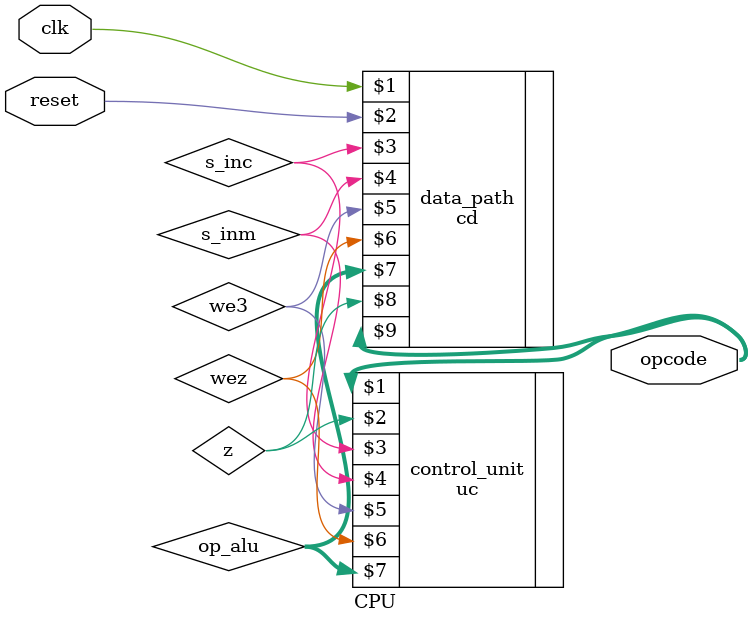
<source format=v>
module CPU(input wire clk, reset, output wire [5:0] opcode);
  wire s_inc, s_inm, we3, wez, z;
  // wire [5:0] opcode;
  wire [2:0] op_alu;
  cd data_path(clk, reset, s_inc, s_inm, we3, wez, op_alu, z, opcode);
  uc control_unit(opcode, z, s_inc, s_inm, we3, wez, op_alu);
endmodule

</source>
